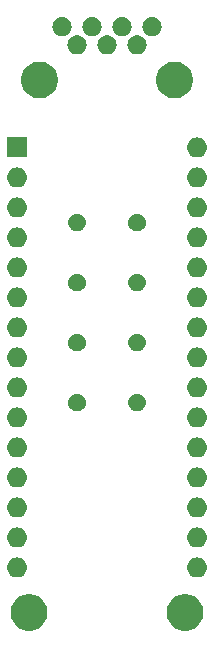
<source format=gbr>
G04 #@! TF.GenerationSoftware,KiCad,Pcbnew,(5.0.2)-1*
G04 #@! TF.CreationDate,2019-04-28T13:20:51-07:00*
G04 #@! TF.ProjectId,programmer,70726f67-7261-46d6-9d65-722e6b696361,rev?*
G04 #@! TF.SameCoordinates,Original*
G04 #@! TF.FileFunction,Soldermask,Bot*
G04 #@! TF.FilePolarity,Negative*
%FSLAX46Y46*%
G04 Gerber Fmt 4.6, Leading zero omitted, Abs format (unit mm)*
G04 Created by KiCad (PCBNEW (5.0.2)-1) date 4/28/2019 1:20:51 PM*
%MOMM*%
%LPD*%
G01*
G04 APERTURE LIST*
%ADD10C,0.304800*%
G04 APERTURE END LIST*
D10*
G36*
X34996352Y-62008796D02*
X35278579Y-62125699D01*
X35532578Y-62295415D01*
X35748585Y-62511422D01*
X35918301Y-62765421D01*
X36035204Y-63047648D01*
X36094800Y-63347259D01*
X36094800Y-63652741D01*
X36035204Y-63952352D01*
X35918301Y-64234579D01*
X35748585Y-64488578D01*
X35532578Y-64704585D01*
X35278579Y-64874301D01*
X34996352Y-64991204D01*
X34696741Y-65050800D01*
X34391259Y-65050800D01*
X34091648Y-64991204D01*
X33809421Y-64874301D01*
X33555422Y-64704585D01*
X33339415Y-64488578D01*
X33169699Y-64234579D01*
X33052796Y-63952352D01*
X32993200Y-63652741D01*
X32993200Y-63347259D01*
X33052796Y-63047648D01*
X33169699Y-62765421D01*
X33339415Y-62511422D01*
X33555422Y-62295415D01*
X33809421Y-62125699D01*
X34091648Y-62008796D01*
X34391259Y-61949200D01*
X34696741Y-61949200D01*
X34996352Y-62008796D01*
X34996352Y-62008796D01*
G37*
G36*
X21788352Y-62008796D02*
X22070579Y-62125699D01*
X22324578Y-62295415D01*
X22540585Y-62511422D01*
X22710301Y-62765421D01*
X22827204Y-63047648D01*
X22886800Y-63347259D01*
X22886800Y-63652741D01*
X22827204Y-63952352D01*
X22710301Y-64234579D01*
X22540585Y-64488578D01*
X22324578Y-64704585D01*
X22070579Y-64874301D01*
X21788352Y-64991204D01*
X21488741Y-65050800D01*
X21183259Y-65050800D01*
X20883648Y-64991204D01*
X20601421Y-64874301D01*
X20347422Y-64704585D01*
X20131415Y-64488578D01*
X19961699Y-64234579D01*
X19844796Y-63952352D01*
X19785200Y-63652741D01*
X19785200Y-63347259D01*
X19844796Y-63047648D01*
X19961699Y-62765421D01*
X20131415Y-62511422D01*
X20347422Y-62295415D01*
X20601421Y-62125699D01*
X20883648Y-62008796D01*
X21183259Y-61949200D01*
X21488741Y-61949200D01*
X21788352Y-62008796D01*
X21788352Y-62008796D01*
G37*
G36*
X35726787Y-58851510D02*
X35887160Y-58900160D01*
X35887162Y-58900161D01*
X36034966Y-58979163D01*
X36164517Y-59085483D01*
X36270837Y-59215034D01*
X36349839Y-59362838D01*
X36349840Y-59362840D01*
X36398490Y-59523213D01*
X36414916Y-59690000D01*
X36398490Y-59856787D01*
X36349840Y-60017160D01*
X36349839Y-60017162D01*
X36270837Y-60164966D01*
X36164517Y-60294517D01*
X36034966Y-60400837D01*
X35887162Y-60479839D01*
X35887160Y-60479840D01*
X35726787Y-60528490D01*
X35601794Y-60540800D01*
X35518206Y-60540800D01*
X35393213Y-60528490D01*
X35232840Y-60479840D01*
X35232838Y-60479839D01*
X35085034Y-60400837D01*
X34955483Y-60294517D01*
X34849163Y-60164966D01*
X34770161Y-60017162D01*
X34770160Y-60017160D01*
X34721510Y-59856787D01*
X34705084Y-59690000D01*
X34721510Y-59523213D01*
X34770160Y-59362840D01*
X34770161Y-59362838D01*
X34849163Y-59215034D01*
X34955483Y-59085483D01*
X35085034Y-58979163D01*
X35232838Y-58900161D01*
X35232840Y-58900160D01*
X35393213Y-58851510D01*
X35518206Y-58839200D01*
X35601794Y-58839200D01*
X35726787Y-58851510D01*
X35726787Y-58851510D01*
G37*
G36*
X20486787Y-58851510D02*
X20647160Y-58900160D01*
X20647162Y-58900161D01*
X20794966Y-58979163D01*
X20924517Y-59085483D01*
X21030837Y-59215034D01*
X21109839Y-59362838D01*
X21109840Y-59362840D01*
X21158490Y-59523213D01*
X21174916Y-59690000D01*
X21158490Y-59856787D01*
X21109840Y-60017160D01*
X21109839Y-60017162D01*
X21030837Y-60164966D01*
X20924517Y-60294517D01*
X20794966Y-60400837D01*
X20647162Y-60479839D01*
X20647160Y-60479840D01*
X20486787Y-60528490D01*
X20361794Y-60540800D01*
X20278206Y-60540800D01*
X20153213Y-60528490D01*
X19992840Y-60479840D01*
X19992838Y-60479839D01*
X19845034Y-60400837D01*
X19715483Y-60294517D01*
X19609163Y-60164966D01*
X19530161Y-60017162D01*
X19530160Y-60017160D01*
X19481510Y-59856787D01*
X19465084Y-59690000D01*
X19481510Y-59523213D01*
X19530160Y-59362840D01*
X19530161Y-59362838D01*
X19609163Y-59215034D01*
X19715483Y-59085483D01*
X19845034Y-58979163D01*
X19992838Y-58900161D01*
X19992840Y-58900160D01*
X20153213Y-58851510D01*
X20278206Y-58839200D01*
X20361794Y-58839200D01*
X20486787Y-58851510D01*
X20486787Y-58851510D01*
G37*
G36*
X20486787Y-56311510D02*
X20647160Y-56360160D01*
X20647162Y-56360161D01*
X20794966Y-56439163D01*
X20924517Y-56545483D01*
X21030837Y-56675034D01*
X21109839Y-56822838D01*
X21109840Y-56822840D01*
X21158490Y-56983213D01*
X21174916Y-57150000D01*
X21158490Y-57316787D01*
X21109840Y-57477160D01*
X21109839Y-57477162D01*
X21030837Y-57624966D01*
X20924517Y-57754517D01*
X20794966Y-57860837D01*
X20647162Y-57939839D01*
X20647160Y-57939840D01*
X20486787Y-57988490D01*
X20361794Y-58000800D01*
X20278206Y-58000800D01*
X20153213Y-57988490D01*
X19992840Y-57939840D01*
X19992838Y-57939839D01*
X19845034Y-57860837D01*
X19715483Y-57754517D01*
X19609163Y-57624966D01*
X19530161Y-57477162D01*
X19530160Y-57477160D01*
X19481510Y-57316787D01*
X19465084Y-57150000D01*
X19481510Y-56983213D01*
X19530160Y-56822840D01*
X19530161Y-56822838D01*
X19609163Y-56675034D01*
X19715483Y-56545483D01*
X19845034Y-56439163D01*
X19992838Y-56360161D01*
X19992840Y-56360160D01*
X20153213Y-56311510D01*
X20278206Y-56299200D01*
X20361794Y-56299200D01*
X20486787Y-56311510D01*
X20486787Y-56311510D01*
G37*
G36*
X35726787Y-56311510D02*
X35887160Y-56360160D01*
X35887162Y-56360161D01*
X36034966Y-56439163D01*
X36164517Y-56545483D01*
X36270837Y-56675034D01*
X36349839Y-56822838D01*
X36349840Y-56822840D01*
X36398490Y-56983213D01*
X36414916Y-57150000D01*
X36398490Y-57316787D01*
X36349840Y-57477160D01*
X36349839Y-57477162D01*
X36270837Y-57624966D01*
X36164517Y-57754517D01*
X36034966Y-57860837D01*
X35887162Y-57939839D01*
X35887160Y-57939840D01*
X35726787Y-57988490D01*
X35601794Y-58000800D01*
X35518206Y-58000800D01*
X35393213Y-57988490D01*
X35232840Y-57939840D01*
X35232838Y-57939839D01*
X35085034Y-57860837D01*
X34955483Y-57754517D01*
X34849163Y-57624966D01*
X34770161Y-57477162D01*
X34770160Y-57477160D01*
X34721510Y-57316787D01*
X34705084Y-57150000D01*
X34721510Y-56983213D01*
X34770160Y-56822840D01*
X34770161Y-56822838D01*
X34849163Y-56675034D01*
X34955483Y-56545483D01*
X35085034Y-56439163D01*
X35232838Y-56360161D01*
X35232840Y-56360160D01*
X35393213Y-56311510D01*
X35518206Y-56299200D01*
X35601794Y-56299200D01*
X35726787Y-56311510D01*
X35726787Y-56311510D01*
G37*
G36*
X35726787Y-53771510D02*
X35887160Y-53820160D01*
X35887162Y-53820161D01*
X36034966Y-53899163D01*
X36164517Y-54005483D01*
X36270837Y-54135034D01*
X36349839Y-54282838D01*
X36349840Y-54282840D01*
X36398490Y-54443213D01*
X36414916Y-54610000D01*
X36398490Y-54776787D01*
X36349840Y-54937160D01*
X36349839Y-54937162D01*
X36270837Y-55084966D01*
X36164517Y-55214517D01*
X36034966Y-55320837D01*
X35887162Y-55399839D01*
X35887160Y-55399840D01*
X35726787Y-55448490D01*
X35601794Y-55460800D01*
X35518206Y-55460800D01*
X35393213Y-55448490D01*
X35232840Y-55399840D01*
X35232838Y-55399839D01*
X35085034Y-55320837D01*
X34955483Y-55214517D01*
X34849163Y-55084966D01*
X34770161Y-54937162D01*
X34770160Y-54937160D01*
X34721510Y-54776787D01*
X34705084Y-54610000D01*
X34721510Y-54443213D01*
X34770160Y-54282840D01*
X34770161Y-54282838D01*
X34849163Y-54135034D01*
X34955483Y-54005483D01*
X35085034Y-53899163D01*
X35232838Y-53820161D01*
X35232840Y-53820160D01*
X35393213Y-53771510D01*
X35518206Y-53759200D01*
X35601794Y-53759200D01*
X35726787Y-53771510D01*
X35726787Y-53771510D01*
G37*
G36*
X20486787Y-53771510D02*
X20647160Y-53820160D01*
X20647162Y-53820161D01*
X20794966Y-53899163D01*
X20924517Y-54005483D01*
X21030837Y-54135034D01*
X21109839Y-54282838D01*
X21109840Y-54282840D01*
X21158490Y-54443213D01*
X21174916Y-54610000D01*
X21158490Y-54776787D01*
X21109840Y-54937160D01*
X21109839Y-54937162D01*
X21030837Y-55084966D01*
X20924517Y-55214517D01*
X20794966Y-55320837D01*
X20647162Y-55399839D01*
X20647160Y-55399840D01*
X20486787Y-55448490D01*
X20361794Y-55460800D01*
X20278206Y-55460800D01*
X20153213Y-55448490D01*
X19992840Y-55399840D01*
X19992838Y-55399839D01*
X19845034Y-55320837D01*
X19715483Y-55214517D01*
X19609163Y-55084966D01*
X19530161Y-54937162D01*
X19530160Y-54937160D01*
X19481510Y-54776787D01*
X19465084Y-54610000D01*
X19481510Y-54443213D01*
X19530160Y-54282840D01*
X19530161Y-54282838D01*
X19609163Y-54135034D01*
X19715483Y-54005483D01*
X19845034Y-53899163D01*
X19992838Y-53820161D01*
X19992840Y-53820160D01*
X20153213Y-53771510D01*
X20278206Y-53759200D01*
X20361794Y-53759200D01*
X20486787Y-53771510D01*
X20486787Y-53771510D01*
G37*
G36*
X35726787Y-51231510D02*
X35887160Y-51280160D01*
X35887162Y-51280161D01*
X36034966Y-51359163D01*
X36164517Y-51465483D01*
X36270837Y-51595034D01*
X36349839Y-51742838D01*
X36349840Y-51742840D01*
X36398490Y-51903213D01*
X36414916Y-52070000D01*
X36398490Y-52236787D01*
X36349840Y-52397160D01*
X36349839Y-52397162D01*
X36270837Y-52544966D01*
X36164517Y-52674517D01*
X36034966Y-52780837D01*
X35887162Y-52859839D01*
X35887160Y-52859840D01*
X35726787Y-52908490D01*
X35601794Y-52920800D01*
X35518206Y-52920800D01*
X35393213Y-52908490D01*
X35232840Y-52859840D01*
X35232838Y-52859839D01*
X35085034Y-52780837D01*
X34955483Y-52674517D01*
X34849163Y-52544966D01*
X34770161Y-52397162D01*
X34770160Y-52397160D01*
X34721510Y-52236787D01*
X34705084Y-52070000D01*
X34721510Y-51903213D01*
X34770160Y-51742840D01*
X34770161Y-51742838D01*
X34849163Y-51595034D01*
X34955483Y-51465483D01*
X35085034Y-51359163D01*
X35232838Y-51280161D01*
X35232840Y-51280160D01*
X35393213Y-51231510D01*
X35518206Y-51219200D01*
X35601794Y-51219200D01*
X35726787Y-51231510D01*
X35726787Y-51231510D01*
G37*
G36*
X20486787Y-51231510D02*
X20647160Y-51280160D01*
X20647162Y-51280161D01*
X20794966Y-51359163D01*
X20924517Y-51465483D01*
X21030837Y-51595034D01*
X21109839Y-51742838D01*
X21109840Y-51742840D01*
X21158490Y-51903213D01*
X21174916Y-52070000D01*
X21158490Y-52236787D01*
X21109840Y-52397160D01*
X21109839Y-52397162D01*
X21030837Y-52544966D01*
X20924517Y-52674517D01*
X20794966Y-52780837D01*
X20647162Y-52859839D01*
X20647160Y-52859840D01*
X20486787Y-52908490D01*
X20361794Y-52920800D01*
X20278206Y-52920800D01*
X20153213Y-52908490D01*
X19992840Y-52859840D01*
X19992838Y-52859839D01*
X19845034Y-52780837D01*
X19715483Y-52674517D01*
X19609163Y-52544966D01*
X19530161Y-52397162D01*
X19530160Y-52397160D01*
X19481510Y-52236787D01*
X19465084Y-52070000D01*
X19481510Y-51903213D01*
X19530160Y-51742840D01*
X19530161Y-51742838D01*
X19609163Y-51595034D01*
X19715483Y-51465483D01*
X19845034Y-51359163D01*
X19992838Y-51280161D01*
X19992840Y-51280160D01*
X20153213Y-51231510D01*
X20278206Y-51219200D01*
X20361794Y-51219200D01*
X20486787Y-51231510D01*
X20486787Y-51231510D01*
G37*
G36*
X20486787Y-48691510D02*
X20647160Y-48740160D01*
X20647162Y-48740161D01*
X20794966Y-48819163D01*
X20924517Y-48925483D01*
X21030837Y-49055034D01*
X21109839Y-49202838D01*
X21109840Y-49202840D01*
X21158490Y-49363213D01*
X21174916Y-49530000D01*
X21158490Y-49696787D01*
X21109840Y-49857160D01*
X21109839Y-49857162D01*
X21030837Y-50004966D01*
X20924517Y-50134517D01*
X20794966Y-50240837D01*
X20647162Y-50319839D01*
X20647160Y-50319840D01*
X20486787Y-50368490D01*
X20361794Y-50380800D01*
X20278206Y-50380800D01*
X20153213Y-50368490D01*
X19992840Y-50319840D01*
X19992838Y-50319839D01*
X19845034Y-50240837D01*
X19715483Y-50134517D01*
X19609163Y-50004966D01*
X19530161Y-49857162D01*
X19530160Y-49857160D01*
X19481510Y-49696787D01*
X19465084Y-49530000D01*
X19481510Y-49363213D01*
X19530160Y-49202840D01*
X19530161Y-49202838D01*
X19609163Y-49055034D01*
X19715483Y-48925483D01*
X19845034Y-48819163D01*
X19992838Y-48740161D01*
X19992840Y-48740160D01*
X20153213Y-48691510D01*
X20278206Y-48679200D01*
X20361794Y-48679200D01*
X20486787Y-48691510D01*
X20486787Y-48691510D01*
G37*
G36*
X35726787Y-48691510D02*
X35887160Y-48740160D01*
X35887162Y-48740161D01*
X36034966Y-48819163D01*
X36164517Y-48925483D01*
X36270837Y-49055034D01*
X36349839Y-49202838D01*
X36349840Y-49202840D01*
X36398490Y-49363213D01*
X36414916Y-49530000D01*
X36398490Y-49696787D01*
X36349840Y-49857160D01*
X36349839Y-49857162D01*
X36270837Y-50004966D01*
X36164517Y-50134517D01*
X36034966Y-50240837D01*
X35887162Y-50319839D01*
X35887160Y-50319840D01*
X35726787Y-50368490D01*
X35601794Y-50380800D01*
X35518206Y-50380800D01*
X35393213Y-50368490D01*
X35232840Y-50319840D01*
X35232838Y-50319839D01*
X35085034Y-50240837D01*
X34955483Y-50134517D01*
X34849163Y-50004966D01*
X34770161Y-49857162D01*
X34770160Y-49857160D01*
X34721510Y-49696787D01*
X34705084Y-49530000D01*
X34721510Y-49363213D01*
X34770160Y-49202840D01*
X34770161Y-49202838D01*
X34849163Y-49055034D01*
X34955483Y-48925483D01*
X35085034Y-48819163D01*
X35232838Y-48740161D01*
X35232840Y-48740160D01*
X35393213Y-48691510D01*
X35518206Y-48679200D01*
X35601794Y-48679200D01*
X35726787Y-48691510D01*
X35726787Y-48691510D01*
G37*
G36*
X35726787Y-46151510D02*
X35887160Y-46200160D01*
X35887162Y-46200161D01*
X36034966Y-46279163D01*
X36164517Y-46385483D01*
X36270837Y-46515034D01*
X36349839Y-46662838D01*
X36349840Y-46662840D01*
X36398490Y-46823213D01*
X36414916Y-46990000D01*
X36398490Y-47156787D01*
X36349840Y-47317160D01*
X36349839Y-47317162D01*
X36270837Y-47464966D01*
X36164517Y-47594517D01*
X36034966Y-47700837D01*
X35887162Y-47779839D01*
X35887160Y-47779840D01*
X35726787Y-47828490D01*
X35601794Y-47840800D01*
X35518206Y-47840800D01*
X35393213Y-47828490D01*
X35232840Y-47779840D01*
X35232838Y-47779839D01*
X35085034Y-47700837D01*
X34955483Y-47594517D01*
X34849163Y-47464966D01*
X34770161Y-47317162D01*
X34770160Y-47317160D01*
X34721510Y-47156787D01*
X34705084Y-46990000D01*
X34721510Y-46823213D01*
X34770160Y-46662840D01*
X34770161Y-46662838D01*
X34849163Y-46515034D01*
X34955483Y-46385483D01*
X35085034Y-46279163D01*
X35232838Y-46200161D01*
X35232840Y-46200160D01*
X35393213Y-46151510D01*
X35518206Y-46139200D01*
X35601794Y-46139200D01*
X35726787Y-46151510D01*
X35726787Y-46151510D01*
G37*
G36*
X20486787Y-46151510D02*
X20647160Y-46200160D01*
X20647162Y-46200161D01*
X20794966Y-46279163D01*
X20924517Y-46385483D01*
X21030837Y-46515034D01*
X21109839Y-46662838D01*
X21109840Y-46662840D01*
X21158490Y-46823213D01*
X21174916Y-46990000D01*
X21158490Y-47156787D01*
X21109840Y-47317160D01*
X21109839Y-47317162D01*
X21030837Y-47464966D01*
X20924517Y-47594517D01*
X20794966Y-47700837D01*
X20647162Y-47779839D01*
X20647160Y-47779840D01*
X20486787Y-47828490D01*
X20361794Y-47840800D01*
X20278206Y-47840800D01*
X20153213Y-47828490D01*
X19992840Y-47779840D01*
X19992838Y-47779839D01*
X19845034Y-47700837D01*
X19715483Y-47594517D01*
X19609163Y-47464966D01*
X19530161Y-47317162D01*
X19530160Y-47317160D01*
X19481510Y-47156787D01*
X19465084Y-46990000D01*
X19481510Y-46823213D01*
X19530160Y-46662840D01*
X19530161Y-46662838D01*
X19609163Y-46515034D01*
X19715483Y-46385483D01*
X19845034Y-46279163D01*
X19992838Y-46200161D01*
X19992840Y-46200160D01*
X20153213Y-46151510D01*
X20278206Y-46139200D01*
X20361794Y-46139200D01*
X20486787Y-46151510D01*
X20486787Y-46151510D01*
G37*
G36*
X30572029Y-44974632D02*
X30627182Y-44980064D01*
X30686480Y-44998052D01*
X30768710Y-45022996D01*
X30827929Y-45054650D01*
X30899140Y-45092713D01*
X31013464Y-45186536D01*
X31057209Y-45239839D01*
X31107286Y-45300859D01*
X31177004Y-45431290D01*
X31219936Y-45572819D01*
X31234432Y-45720000D01*
X31219936Y-45867181D01*
X31177004Y-46008710D01*
X31141230Y-46075637D01*
X31107287Y-46139140D01*
X31013464Y-46253464D01*
X30899140Y-46347287D01*
X30838427Y-46379739D01*
X30768710Y-46417004D01*
X30627182Y-46459936D01*
X30516878Y-46470800D01*
X30443122Y-46470800D01*
X30332818Y-46459936D01*
X30191290Y-46417004D01*
X30121573Y-46379739D01*
X30060860Y-46347287D01*
X29946536Y-46253464D01*
X29852713Y-46139140D01*
X29818770Y-46075637D01*
X29782996Y-46008710D01*
X29740064Y-45867181D01*
X29725568Y-45720000D01*
X29740064Y-45572819D01*
X29782996Y-45431290D01*
X29852714Y-45300859D01*
X29902792Y-45239839D01*
X29946536Y-45186536D01*
X30060860Y-45092713D01*
X30132071Y-45054650D01*
X30191290Y-45022996D01*
X30273520Y-44998052D01*
X30332818Y-44980064D01*
X30387971Y-44974632D01*
X30443122Y-44969200D01*
X30516878Y-44969200D01*
X30572029Y-44974632D01*
X30572029Y-44974632D01*
G37*
G36*
X25618998Y-44998052D02*
X25619001Y-44998053D01*
X25619000Y-44998053D01*
X25755637Y-45054649D01*
X25812605Y-45092714D01*
X25878610Y-45136817D01*
X25983183Y-45241390D01*
X25983185Y-45241393D01*
X26065351Y-45364363D01*
X26093073Y-45431291D01*
X26121948Y-45501002D01*
X26150800Y-45646051D01*
X26150800Y-45793949D01*
X26121948Y-45938998D01*
X26121947Y-45939000D01*
X26065351Y-46075637D01*
X25984291Y-46196951D01*
X25983183Y-46198610D01*
X25878610Y-46303183D01*
X25878607Y-46303185D01*
X25755637Y-46385351D01*
X25649954Y-46429126D01*
X25618998Y-46441948D01*
X25473949Y-46470800D01*
X25326051Y-46470800D01*
X25181002Y-46441948D01*
X25150046Y-46429126D01*
X25044363Y-46385351D01*
X24921393Y-46303185D01*
X24921390Y-46303183D01*
X24816817Y-46198610D01*
X24815709Y-46196951D01*
X24734649Y-46075637D01*
X24678053Y-45939000D01*
X24678052Y-45938998D01*
X24649200Y-45793949D01*
X24649200Y-45646051D01*
X24678052Y-45501002D01*
X24706927Y-45431291D01*
X24734649Y-45364363D01*
X24816815Y-45241393D01*
X24816817Y-45241390D01*
X24921390Y-45136817D01*
X24987395Y-45092714D01*
X25044363Y-45054649D01*
X25181000Y-44998053D01*
X25180999Y-44998053D01*
X25181002Y-44998052D01*
X25326051Y-44969200D01*
X25473949Y-44969200D01*
X25618998Y-44998052D01*
X25618998Y-44998052D01*
G37*
G36*
X35726787Y-43611510D02*
X35887160Y-43660160D01*
X35887162Y-43660161D01*
X36034966Y-43739163D01*
X36164517Y-43845483D01*
X36270837Y-43975034D01*
X36349839Y-44122838D01*
X36349840Y-44122840D01*
X36398490Y-44283213D01*
X36414916Y-44450000D01*
X36398490Y-44616787D01*
X36349840Y-44777160D01*
X36349839Y-44777162D01*
X36270837Y-44924966D01*
X36164517Y-45054517D01*
X36034966Y-45160837D01*
X35887162Y-45239839D01*
X35887160Y-45239840D01*
X35726787Y-45288490D01*
X35601794Y-45300800D01*
X35518206Y-45300800D01*
X35393213Y-45288490D01*
X35232840Y-45239840D01*
X35232838Y-45239839D01*
X35085034Y-45160837D01*
X34955483Y-45054517D01*
X34849163Y-44924966D01*
X34770161Y-44777162D01*
X34770160Y-44777160D01*
X34721510Y-44616787D01*
X34705084Y-44450000D01*
X34721510Y-44283213D01*
X34770160Y-44122840D01*
X34770161Y-44122838D01*
X34849163Y-43975034D01*
X34955483Y-43845483D01*
X35085034Y-43739163D01*
X35232838Y-43660161D01*
X35232840Y-43660160D01*
X35393213Y-43611510D01*
X35518206Y-43599200D01*
X35601794Y-43599200D01*
X35726787Y-43611510D01*
X35726787Y-43611510D01*
G37*
G36*
X20486787Y-43611510D02*
X20647160Y-43660160D01*
X20647162Y-43660161D01*
X20794966Y-43739163D01*
X20924517Y-43845483D01*
X21030837Y-43975034D01*
X21109839Y-44122838D01*
X21109840Y-44122840D01*
X21158490Y-44283213D01*
X21174916Y-44450000D01*
X21158490Y-44616787D01*
X21109840Y-44777160D01*
X21109839Y-44777162D01*
X21030837Y-44924966D01*
X20924517Y-45054517D01*
X20794966Y-45160837D01*
X20647162Y-45239839D01*
X20647160Y-45239840D01*
X20486787Y-45288490D01*
X20361794Y-45300800D01*
X20278206Y-45300800D01*
X20153213Y-45288490D01*
X19992840Y-45239840D01*
X19992838Y-45239839D01*
X19845034Y-45160837D01*
X19715483Y-45054517D01*
X19609163Y-44924966D01*
X19530161Y-44777162D01*
X19530160Y-44777160D01*
X19481510Y-44616787D01*
X19465084Y-44450000D01*
X19481510Y-44283213D01*
X19530160Y-44122840D01*
X19530161Y-44122838D01*
X19609163Y-43975034D01*
X19715483Y-43845483D01*
X19845034Y-43739163D01*
X19992838Y-43660161D01*
X19992840Y-43660160D01*
X20153213Y-43611510D01*
X20278206Y-43599200D01*
X20361794Y-43599200D01*
X20486787Y-43611510D01*
X20486787Y-43611510D01*
G37*
G36*
X35726787Y-41071510D02*
X35887160Y-41120160D01*
X35887162Y-41120161D01*
X36034966Y-41199163D01*
X36164517Y-41305483D01*
X36270837Y-41435034D01*
X36349839Y-41582838D01*
X36349840Y-41582840D01*
X36398490Y-41743213D01*
X36414916Y-41910000D01*
X36398490Y-42076787D01*
X36349840Y-42237160D01*
X36349839Y-42237162D01*
X36270837Y-42384966D01*
X36164517Y-42514517D01*
X36034966Y-42620837D01*
X35887162Y-42699839D01*
X35887160Y-42699840D01*
X35726787Y-42748490D01*
X35601794Y-42760800D01*
X35518206Y-42760800D01*
X35393213Y-42748490D01*
X35232840Y-42699840D01*
X35232838Y-42699839D01*
X35085034Y-42620837D01*
X34955483Y-42514517D01*
X34849163Y-42384966D01*
X34770161Y-42237162D01*
X34770160Y-42237160D01*
X34721510Y-42076787D01*
X34705084Y-41910000D01*
X34721510Y-41743213D01*
X34770160Y-41582840D01*
X34770161Y-41582838D01*
X34849163Y-41435034D01*
X34955483Y-41305483D01*
X35085034Y-41199163D01*
X35232838Y-41120161D01*
X35232840Y-41120160D01*
X35393213Y-41071510D01*
X35518206Y-41059200D01*
X35601794Y-41059200D01*
X35726787Y-41071510D01*
X35726787Y-41071510D01*
G37*
G36*
X20486787Y-41071510D02*
X20647160Y-41120160D01*
X20647162Y-41120161D01*
X20794966Y-41199163D01*
X20924517Y-41305483D01*
X21030837Y-41435034D01*
X21109839Y-41582838D01*
X21109840Y-41582840D01*
X21158490Y-41743213D01*
X21174916Y-41910000D01*
X21158490Y-42076787D01*
X21109840Y-42237160D01*
X21109839Y-42237162D01*
X21030837Y-42384966D01*
X20924517Y-42514517D01*
X20794966Y-42620837D01*
X20647162Y-42699839D01*
X20647160Y-42699840D01*
X20486787Y-42748490D01*
X20361794Y-42760800D01*
X20278206Y-42760800D01*
X20153213Y-42748490D01*
X19992840Y-42699840D01*
X19992838Y-42699839D01*
X19845034Y-42620837D01*
X19715483Y-42514517D01*
X19609163Y-42384966D01*
X19530161Y-42237162D01*
X19530160Y-42237160D01*
X19481510Y-42076787D01*
X19465084Y-41910000D01*
X19481510Y-41743213D01*
X19530160Y-41582840D01*
X19530161Y-41582838D01*
X19609163Y-41435034D01*
X19715483Y-41305483D01*
X19845034Y-41199163D01*
X19992838Y-41120161D01*
X19992840Y-41120160D01*
X20153213Y-41071510D01*
X20278206Y-41059200D01*
X20361794Y-41059200D01*
X20486787Y-41071510D01*
X20486787Y-41071510D01*
G37*
G36*
X25618998Y-39918052D02*
X25619001Y-39918053D01*
X25619000Y-39918053D01*
X25755637Y-39974649D01*
X25812605Y-40012714D01*
X25878610Y-40056817D01*
X25983183Y-40161390D01*
X25983185Y-40161393D01*
X26065351Y-40284363D01*
X26093073Y-40351291D01*
X26121948Y-40421002D01*
X26150800Y-40566051D01*
X26150800Y-40713949D01*
X26121948Y-40858998D01*
X26121947Y-40859000D01*
X26065351Y-40995637D01*
X25984291Y-41116951D01*
X25983183Y-41118610D01*
X25878610Y-41223183D01*
X25878607Y-41223185D01*
X25755637Y-41305351D01*
X25649954Y-41349126D01*
X25618998Y-41361948D01*
X25473949Y-41390800D01*
X25326051Y-41390800D01*
X25181002Y-41361948D01*
X25150046Y-41349126D01*
X25044363Y-41305351D01*
X24921393Y-41223185D01*
X24921390Y-41223183D01*
X24816817Y-41118610D01*
X24815709Y-41116951D01*
X24734649Y-40995637D01*
X24678053Y-40859000D01*
X24678052Y-40858998D01*
X24649200Y-40713949D01*
X24649200Y-40566051D01*
X24678052Y-40421002D01*
X24706927Y-40351291D01*
X24734649Y-40284363D01*
X24816815Y-40161393D01*
X24816817Y-40161390D01*
X24921390Y-40056817D01*
X24987395Y-40012714D01*
X25044363Y-39974649D01*
X25181000Y-39918053D01*
X25180999Y-39918053D01*
X25181002Y-39918052D01*
X25326051Y-39889200D01*
X25473949Y-39889200D01*
X25618998Y-39918052D01*
X25618998Y-39918052D01*
G37*
G36*
X30572029Y-39894632D02*
X30627182Y-39900064D01*
X30686480Y-39918052D01*
X30768710Y-39942996D01*
X30827929Y-39974650D01*
X30899140Y-40012713D01*
X31013464Y-40106536D01*
X31057209Y-40159839D01*
X31107286Y-40220859D01*
X31177004Y-40351290D01*
X31219936Y-40492819D01*
X31234432Y-40640000D01*
X31219936Y-40787181D01*
X31177004Y-40928710D01*
X31141230Y-40995637D01*
X31107287Y-41059140D01*
X31013464Y-41173464D01*
X30899140Y-41267287D01*
X30838427Y-41299739D01*
X30768710Y-41337004D01*
X30697945Y-41358470D01*
X30627182Y-41379936D01*
X30516878Y-41390800D01*
X30443122Y-41390800D01*
X30332818Y-41379936D01*
X30262055Y-41358470D01*
X30191290Y-41337004D01*
X30121573Y-41299739D01*
X30060860Y-41267287D01*
X29946536Y-41173464D01*
X29852713Y-41059140D01*
X29818770Y-40995637D01*
X29782996Y-40928710D01*
X29740064Y-40787181D01*
X29725568Y-40640000D01*
X29740064Y-40492819D01*
X29782996Y-40351290D01*
X29852714Y-40220859D01*
X29902792Y-40159839D01*
X29946536Y-40106536D01*
X30060860Y-40012713D01*
X30132071Y-39974650D01*
X30191290Y-39942996D01*
X30273520Y-39918052D01*
X30332818Y-39900064D01*
X30387971Y-39894632D01*
X30443122Y-39889200D01*
X30516878Y-39889200D01*
X30572029Y-39894632D01*
X30572029Y-39894632D01*
G37*
G36*
X20486787Y-38531510D02*
X20647160Y-38580160D01*
X20647162Y-38580161D01*
X20794966Y-38659163D01*
X20924517Y-38765483D01*
X21030837Y-38895034D01*
X21109839Y-39042838D01*
X21109840Y-39042840D01*
X21158490Y-39203213D01*
X21174916Y-39370000D01*
X21158490Y-39536787D01*
X21109840Y-39697160D01*
X21109839Y-39697162D01*
X21030837Y-39844966D01*
X20924517Y-39974517D01*
X20794966Y-40080837D01*
X20647162Y-40159839D01*
X20647160Y-40159840D01*
X20486787Y-40208490D01*
X20361794Y-40220800D01*
X20278206Y-40220800D01*
X20153213Y-40208490D01*
X19992840Y-40159840D01*
X19992838Y-40159839D01*
X19845034Y-40080837D01*
X19715483Y-39974517D01*
X19609163Y-39844966D01*
X19530161Y-39697162D01*
X19530160Y-39697160D01*
X19481510Y-39536787D01*
X19465084Y-39370000D01*
X19481510Y-39203213D01*
X19530160Y-39042840D01*
X19530161Y-39042838D01*
X19609163Y-38895034D01*
X19715483Y-38765483D01*
X19845034Y-38659163D01*
X19992838Y-38580161D01*
X19992840Y-38580160D01*
X20153213Y-38531510D01*
X20278206Y-38519200D01*
X20361794Y-38519200D01*
X20486787Y-38531510D01*
X20486787Y-38531510D01*
G37*
G36*
X35726787Y-38531510D02*
X35887160Y-38580160D01*
X35887162Y-38580161D01*
X36034966Y-38659163D01*
X36164517Y-38765483D01*
X36270837Y-38895034D01*
X36349839Y-39042838D01*
X36349840Y-39042840D01*
X36398490Y-39203213D01*
X36414916Y-39370000D01*
X36398490Y-39536787D01*
X36349840Y-39697160D01*
X36349839Y-39697162D01*
X36270837Y-39844966D01*
X36164517Y-39974517D01*
X36034966Y-40080837D01*
X35887162Y-40159839D01*
X35887160Y-40159840D01*
X35726787Y-40208490D01*
X35601794Y-40220800D01*
X35518206Y-40220800D01*
X35393213Y-40208490D01*
X35232840Y-40159840D01*
X35232838Y-40159839D01*
X35085034Y-40080837D01*
X34955483Y-39974517D01*
X34849163Y-39844966D01*
X34770161Y-39697162D01*
X34770160Y-39697160D01*
X34721510Y-39536787D01*
X34705084Y-39370000D01*
X34721510Y-39203213D01*
X34770160Y-39042840D01*
X34770161Y-39042838D01*
X34849163Y-38895034D01*
X34955483Y-38765483D01*
X35085034Y-38659163D01*
X35232838Y-38580161D01*
X35232840Y-38580160D01*
X35393213Y-38531510D01*
X35518206Y-38519200D01*
X35601794Y-38519200D01*
X35726787Y-38531510D01*
X35726787Y-38531510D01*
G37*
G36*
X35726787Y-35991510D02*
X35887160Y-36040160D01*
X35887162Y-36040161D01*
X36034966Y-36119163D01*
X36164517Y-36225483D01*
X36270837Y-36355034D01*
X36349839Y-36502838D01*
X36349840Y-36502840D01*
X36398490Y-36663213D01*
X36414916Y-36830000D01*
X36398490Y-36996787D01*
X36349840Y-37157160D01*
X36349839Y-37157162D01*
X36270837Y-37304966D01*
X36164517Y-37434517D01*
X36034966Y-37540837D01*
X35887162Y-37619839D01*
X35887160Y-37619840D01*
X35726787Y-37668490D01*
X35601794Y-37680800D01*
X35518206Y-37680800D01*
X35393213Y-37668490D01*
X35232840Y-37619840D01*
X35232838Y-37619839D01*
X35085034Y-37540837D01*
X34955483Y-37434517D01*
X34849163Y-37304966D01*
X34770161Y-37157162D01*
X34770160Y-37157160D01*
X34721510Y-36996787D01*
X34705084Y-36830000D01*
X34721510Y-36663213D01*
X34770160Y-36502840D01*
X34770161Y-36502838D01*
X34849163Y-36355034D01*
X34955483Y-36225483D01*
X35085034Y-36119163D01*
X35232838Y-36040161D01*
X35232840Y-36040160D01*
X35393213Y-35991510D01*
X35518206Y-35979200D01*
X35601794Y-35979200D01*
X35726787Y-35991510D01*
X35726787Y-35991510D01*
G37*
G36*
X20486787Y-35991510D02*
X20647160Y-36040160D01*
X20647162Y-36040161D01*
X20794966Y-36119163D01*
X20924517Y-36225483D01*
X21030837Y-36355034D01*
X21109839Y-36502838D01*
X21109840Y-36502840D01*
X21158490Y-36663213D01*
X21174916Y-36830000D01*
X21158490Y-36996787D01*
X21109840Y-37157160D01*
X21109839Y-37157162D01*
X21030837Y-37304966D01*
X20924517Y-37434517D01*
X20794966Y-37540837D01*
X20647162Y-37619839D01*
X20647160Y-37619840D01*
X20486787Y-37668490D01*
X20361794Y-37680800D01*
X20278206Y-37680800D01*
X20153213Y-37668490D01*
X19992840Y-37619840D01*
X19992838Y-37619839D01*
X19845034Y-37540837D01*
X19715483Y-37434517D01*
X19609163Y-37304966D01*
X19530161Y-37157162D01*
X19530160Y-37157160D01*
X19481510Y-36996787D01*
X19465084Y-36830000D01*
X19481510Y-36663213D01*
X19530160Y-36502840D01*
X19530161Y-36502838D01*
X19609163Y-36355034D01*
X19715483Y-36225483D01*
X19845034Y-36119163D01*
X19992838Y-36040161D01*
X19992840Y-36040160D01*
X20153213Y-35991510D01*
X20278206Y-35979200D01*
X20361794Y-35979200D01*
X20486787Y-35991510D01*
X20486787Y-35991510D01*
G37*
G36*
X25618998Y-34838052D02*
X25619001Y-34838053D01*
X25619000Y-34838053D01*
X25755637Y-34894649D01*
X25812605Y-34932714D01*
X25878610Y-34976817D01*
X25983183Y-35081390D01*
X25983185Y-35081393D01*
X26065351Y-35204363D01*
X26093073Y-35271291D01*
X26121948Y-35341002D01*
X26150800Y-35486051D01*
X26150800Y-35633949D01*
X26121948Y-35778998D01*
X26121947Y-35779000D01*
X26065351Y-35915637D01*
X25984291Y-36036951D01*
X25983183Y-36038610D01*
X25878610Y-36143183D01*
X25878607Y-36143185D01*
X25755637Y-36225351D01*
X25649954Y-36269126D01*
X25618998Y-36281948D01*
X25473949Y-36310800D01*
X25326051Y-36310800D01*
X25181002Y-36281948D01*
X25150046Y-36269126D01*
X25044363Y-36225351D01*
X24921393Y-36143185D01*
X24921390Y-36143183D01*
X24816817Y-36038610D01*
X24815709Y-36036951D01*
X24734649Y-35915637D01*
X24678053Y-35779000D01*
X24678052Y-35778998D01*
X24649200Y-35633949D01*
X24649200Y-35486051D01*
X24678052Y-35341002D01*
X24706927Y-35271291D01*
X24734649Y-35204363D01*
X24816815Y-35081393D01*
X24816817Y-35081390D01*
X24921390Y-34976817D01*
X24987395Y-34932714D01*
X25044363Y-34894649D01*
X25181000Y-34838053D01*
X25180999Y-34838053D01*
X25181002Y-34838052D01*
X25326051Y-34809200D01*
X25473949Y-34809200D01*
X25618998Y-34838052D01*
X25618998Y-34838052D01*
G37*
G36*
X30627182Y-34820064D02*
X30686480Y-34838052D01*
X30768710Y-34862996D01*
X30827929Y-34894650D01*
X30899140Y-34932713D01*
X31013464Y-35026536D01*
X31057209Y-35079839D01*
X31107286Y-35140859D01*
X31177004Y-35271290D01*
X31219936Y-35412819D01*
X31234432Y-35560000D01*
X31219936Y-35707181D01*
X31177004Y-35848710D01*
X31141230Y-35915637D01*
X31107287Y-35979140D01*
X31013464Y-36093464D01*
X30899140Y-36187287D01*
X30838427Y-36219739D01*
X30768710Y-36257004D01*
X30697945Y-36278470D01*
X30627182Y-36299936D01*
X30572029Y-36305368D01*
X30516878Y-36310800D01*
X30443122Y-36310800D01*
X30387971Y-36305368D01*
X30332818Y-36299936D01*
X30262055Y-36278470D01*
X30191290Y-36257004D01*
X30121573Y-36219739D01*
X30060860Y-36187287D01*
X29946536Y-36093464D01*
X29852713Y-35979140D01*
X29818770Y-35915637D01*
X29782996Y-35848710D01*
X29740064Y-35707181D01*
X29725568Y-35560000D01*
X29740064Y-35412819D01*
X29782996Y-35271290D01*
X29852714Y-35140859D01*
X29902792Y-35079839D01*
X29946536Y-35026536D01*
X30060860Y-34932713D01*
X30132071Y-34894650D01*
X30191290Y-34862996D01*
X30273520Y-34838052D01*
X30332818Y-34820064D01*
X30443122Y-34809200D01*
X30516878Y-34809200D01*
X30627182Y-34820064D01*
X30627182Y-34820064D01*
G37*
G36*
X35726787Y-33451510D02*
X35887160Y-33500160D01*
X35887162Y-33500161D01*
X36034966Y-33579163D01*
X36164517Y-33685483D01*
X36270837Y-33815034D01*
X36349839Y-33962838D01*
X36349840Y-33962840D01*
X36398490Y-34123213D01*
X36414916Y-34290000D01*
X36398490Y-34456787D01*
X36349840Y-34617160D01*
X36349839Y-34617162D01*
X36270837Y-34764966D01*
X36164517Y-34894517D01*
X36034966Y-35000837D01*
X35887162Y-35079839D01*
X35887160Y-35079840D01*
X35726787Y-35128490D01*
X35601794Y-35140800D01*
X35518206Y-35140800D01*
X35393213Y-35128490D01*
X35232840Y-35079840D01*
X35232838Y-35079839D01*
X35085034Y-35000837D01*
X34955483Y-34894517D01*
X34849163Y-34764966D01*
X34770161Y-34617162D01*
X34770160Y-34617160D01*
X34721510Y-34456787D01*
X34705084Y-34290000D01*
X34721510Y-34123213D01*
X34770160Y-33962840D01*
X34770161Y-33962838D01*
X34849163Y-33815034D01*
X34955483Y-33685483D01*
X35085034Y-33579163D01*
X35232838Y-33500161D01*
X35232840Y-33500160D01*
X35393213Y-33451510D01*
X35518206Y-33439200D01*
X35601794Y-33439200D01*
X35726787Y-33451510D01*
X35726787Y-33451510D01*
G37*
G36*
X20486787Y-33451510D02*
X20647160Y-33500160D01*
X20647162Y-33500161D01*
X20794966Y-33579163D01*
X20924517Y-33685483D01*
X21030837Y-33815034D01*
X21109839Y-33962838D01*
X21109840Y-33962840D01*
X21158490Y-34123213D01*
X21174916Y-34290000D01*
X21158490Y-34456787D01*
X21109840Y-34617160D01*
X21109839Y-34617162D01*
X21030837Y-34764966D01*
X20924517Y-34894517D01*
X20794966Y-35000837D01*
X20647162Y-35079839D01*
X20647160Y-35079840D01*
X20486787Y-35128490D01*
X20361794Y-35140800D01*
X20278206Y-35140800D01*
X20153213Y-35128490D01*
X19992840Y-35079840D01*
X19992838Y-35079839D01*
X19845034Y-35000837D01*
X19715483Y-34894517D01*
X19609163Y-34764966D01*
X19530161Y-34617162D01*
X19530160Y-34617160D01*
X19481510Y-34456787D01*
X19465084Y-34290000D01*
X19481510Y-34123213D01*
X19530160Y-33962840D01*
X19530161Y-33962838D01*
X19609163Y-33815034D01*
X19715483Y-33685483D01*
X19845034Y-33579163D01*
X19992838Y-33500161D01*
X19992840Y-33500160D01*
X20153213Y-33451510D01*
X20278206Y-33439200D01*
X20361794Y-33439200D01*
X20486787Y-33451510D01*
X20486787Y-33451510D01*
G37*
G36*
X35726787Y-30911510D02*
X35887160Y-30960160D01*
X35887162Y-30960161D01*
X36034966Y-31039163D01*
X36164517Y-31145483D01*
X36270837Y-31275034D01*
X36349839Y-31422838D01*
X36349840Y-31422840D01*
X36398490Y-31583213D01*
X36414916Y-31750000D01*
X36398490Y-31916787D01*
X36349840Y-32077160D01*
X36349839Y-32077162D01*
X36270837Y-32224966D01*
X36164517Y-32354517D01*
X36034966Y-32460837D01*
X35887162Y-32539839D01*
X35887160Y-32539840D01*
X35726787Y-32588490D01*
X35601794Y-32600800D01*
X35518206Y-32600800D01*
X35393213Y-32588490D01*
X35232840Y-32539840D01*
X35232838Y-32539839D01*
X35085034Y-32460837D01*
X34955483Y-32354517D01*
X34849163Y-32224966D01*
X34770161Y-32077162D01*
X34770160Y-32077160D01*
X34721510Y-31916787D01*
X34705084Y-31750000D01*
X34721510Y-31583213D01*
X34770160Y-31422840D01*
X34770161Y-31422838D01*
X34849163Y-31275034D01*
X34955483Y-31145483D01*
X35085034Y-31039163D01*
X35232838Y-30960161D01*
X35232840Y-30960160D01*
X35393213Y-30911510D01*
X35518206Y-30899200D01*
X35601794Y-30899200D01*
X35726787Y-30911510D01*
X35726787Y-30911510D01*
G37*
G36*
X20486787Y-30911510D02*
X20647160Y-30960160D01*
X20647162Y-30960161D01*
X20794966Y-31039163D01*
X20924517Y-31145483D01*
X21030837Y-31275034D01*
X21109839Y-31422838D01*
X21109840Y-31422840D01*
X21158490Y-31583213D01*
X21174916Y-31750000D01*
X21158490Y-31916787D01*
X21109840Y-32077160D01*
X21109839Y-32077162D01*
X21030837Y-32224966D01*
X20924517Y-32354517D01*
X20794966Y-32460837D01*
X20647162Y-32539839D01*
X20647160Y-32539840D01*
X20486787Y-32588490D01*
X20361794Y-32600800D01*
X20278206Y-32600800D01*
X20153213Y-32588490D01*
X19992840Y-32539840D01*
X19992838Y-32539839D01*
X19845034Y-32460837D01*
X19715483Y-32354517D01*
X19609163Y-32224966D01*
X19530161Y-32077162D01*
X19530160Y-32077160D01*
X19481510Y-31916787D01*
X19465084Y-31750000D01*
X19481510Y-31583213D01*
X19530160Y-31422840D01*
X19530161Y-31422838D01*
X19609163Y-31275034D01*
X19715483Y-31145483D01*
X19845034Y-31039163D01*
X19992838Y-30960161D01*
X19992840Y-30960160D01*
X20153213Y-30911510D01*
X20278206Y-30899200D01*
X20361794Y-30899200D01*
X20486787Y-30911510D01*
X20486787Y-30911510D01*
G37*
G36*
X30698998Y-29758052D02*
X30699001Y-29758053D01*
X30699000Y-29758053D01*
X30835637Y-29814649D01*
X30892605Y-29852714D01*
X30958610Y-29896817D01*
X31063183Y-30001390D01*
X31063185Y-30001393D01*
X31145351Y-30124363D01*
X31173073Y-30191291D01*
X31201948Y-30261002D01*
X31230800Y-30406051D01*
X31230800Y-30553949D01*
X31201948Y-30698998D01*
X31201947Y-30699000D01*
X31145351Y-30835637D01*
X31064291Y-30956951D01*
X31063183Y-30958610D01*
X30958610Y-31063183D01*
X30958607Y-31063185D01*
X30835637Y-31145351D01*
X30729954Y-31189126D01*
X30698998Y-31201948D01*
X30553949Y-31230800D01*
X30406051Y-31230800D01*
X30261002Y-31201948D01*
X30230046Y-31189126D01*
X30124363Y-31145351D01*
X30001393Y-31063185D01*
X30001390Y-31063183D01*
X29896817Y-30958610D01*
X29895709Y-30956951D01*
X29814649Y-30835637D01*
X29758053Y-30699000D01*
X29758052Y-30698998D01*
X29729200Y-30553949D01*
X29729200Y-30406051D01*
X29758052Y-30261002D01*
X29786927Y-30191291D01*
X29814649Y-30124363D01*
X29896815Y-30001393D01*
X29896817Y-30001390D01*
X30001390Y-29896817D01*
X30067395Y-29852714D01*
X30124363Y-29814649D01*
X30261000Y-29758053D01*
X30260999Y-29758053D01*
X30261002Y-29758052D01*
X30406051Y-29729200D01*
X30553949Y-29729200D01*
X30698998Y-29758052D01*
X30698998Y-29758052D01*
G37*
G36*
X25547182Y-29740064D02*
X25606480Y-29758052D01*
X25688710Y-29782996D01*
X25747929Y-29814650D01*
X25819140Y-29852713D01*
X25933464Y-29946536D01*
X25977209Y-29999839D01*
X26027286Y-30060859D01*
X26097004Y-30191290D01*
X26139936Y-30332819D01*
X26154432Y-30480000D01*
X26139936Y-30627181D01*
X26097004Y-30768710D01*
X26061230Y-30835637D01*
X26027287Y-30899140D01*
X25933464Y-31013464D01*
X25819140Y-31107287D01*
X25758427Y-31139739D01*
X25688710Y-31177004D01*
X25547182Y-31219936D01*
X25492029Y-31225368D01*
X25436878Y-31230800D01*
X25363122Y-31230800D01*
X25307971Y-31225368D01*
X25252818Y-31219936D01*
X25111290Y-31177004D01*
X25041573Y-31139739D01*
X24980860Y-31107287D01*
X24866536Y-31013464D01*
X24772713Y-30899140D01*
X24738770Y-30835637D01*
X24702996Y-30768710D01*
X24660064Y-30627181D01*
X24645568Y-30480000D01*
X24660064Y-30332819D01*
X24702996Y-30191290D01*
X24772714Y-30060859D01*
X24822792Y-29999839D01*
X24866536Y-29946536D01*
X24980860Y-29852713D01*
X25052071Y-29814650D01*
X25111290Y-29782996D01*
X25193520Y-29758052D01*
X25252818Y-29740064D01*
X25363122Y-29729200D01*
X25436878Y-29729200D01*
X25547182Y-29740064D01*
X25547182Y-29740064D01*
G37*
G36*
X35726787Y-28371510D02*
X35887160Y-28420160D01*
X35887162Y-28420161D01*
X36034966Y-28499163D01*
X36164517Y-28605483D01*
X36270837Y-28735034D01*
X36349839Y-28882838D01*
X36349840Y-28882840D01*
X36398490Y-29043213D01*
X36414916Y-29210000D01*
X36398490Y-29376787D01*
X36349840Y-29537160D01*
X36349839Y-29537162D01*
X36270837Y-29684966D01*
X36164517Y-29814517D01*
X36034966Y-29920837D01*
X35887162Y-29999839D01*
X35887160Y-29999840D01*
X35726787Y-30048490D01*
X35601794Y-30060800D01*
X35518206Y-30060800D01*
X35393213Y-30048490D01*
X35232840Y-29999840D01*
X35232838Y-29999839D01*
X35085034Y-29920837D01*
X34955483Y-29814517D01*
X34849163Y-29684966D01*
X34770161Y-29537162D01*
X34770160Y-29537160D01*
X34721510Y-29376787D01*
X34705084Y-29210000D01*
X34721510Y-29043213D01*
X34770160Y-28882840D01*
X34770161Y-28882838D01*
X34849163Y-28735034D01*
X34955483Y-28605483D01*
X35085034Y-28499163D01*
X35232838Y-28420161D01*
X35232840Y-28420160D01*
X35393213Y-28371510D01*
X35518206Y-28359200D01*
X35601794Y-28359200D01*
X35726787Y-28371510D01*
X35726787Y-28371510D01*
G37*
G36*
X20486787Y-28371510D02*
X20647160Y-28420160D01*
X20647162Y-28420161D01*
X20794966Y-28499163D01*
X20924517Y-28605483D01*
X21030837Y-28735034D01*
X21109839Y-28882838D01*
X21109840Y-28882840D01*
X21158490Y-29043213D01*
X21174916Y-29210000D01*
X21158490Y-29376787D01*
X21109840Y-29537160D01*
X21109839Y-29537162D01*
X21030837Y-29684966D01*
X20924517Y-29814517D01*
X20794966Y-29920837D01*
X20647162Y-29999839D01*
X20647160Y-29999840D01*
X20486787Y-30048490D01*
X20361794Y-30060800D01*
X20278206Y-30060800D01*
X20153213Y-30048490D01*
X19992840Y-29999840D01*
X19992838Y-29999839D01*
X19845034Y-29920837D01*
X19715483Y-29814517D01*
X19609163Y-29684966D01*
X19530161Y-29537162D01*
X19530160Y-29537160D01*
X19481510Y-29376787D01*
X19465084Y-29210000D01*
X19481510Y-29043213D01*
X19530160Y-28882840D01*
X19530161Y-28882838D01*
X19609163Y-28735034D01*
X19715483Y-28605483D01*
X19845034Y-28499163D01*
X19992838Y-28420161D01*
X19992840Y-28420160D01*
X20153213Y-28371510D01*
X20278206Y-28359200D01*
X20361794Y-28359200D01*
X20486787Y-28371510D01*
X20486787Y-28371510D01*
G37*
G36*
X35726787Y-25831510D02*
X35887160Y-25880160D01*
X35887162Y-25880161D01*
X36034966Y-25959163D01*
X36164517Y-26065483D01*
X36270837Y-26195034D01*
X36349839Y-26342838D01*
X36349840Y-26342840D01*
X36398490Y-26503213D01*
X36414916Y-26670000D01*
X36398490Y-26836787D01*
X36349840Y-26997160D01*
X36349839Y-26997162D01*
X36270837Y-27144966D01*
X36164517Y-27274517D01*
X36034966Y-27380837D01*
X35887162Y-27459839D01*
X35887160Y-27459840D01*
X35726787Y-27508490D01*
X35601794Y-27520800D01*
X35518206Y-27520800D01*
X35393213Y-27508490D01*
X35232840Y-27459840D01*
X35232838Y-27459839D01*
X35085034Y-27380837D01*
X34955483Y-27274517D01*
X34849163Y-27144966D01*
X34770161Y-26997162D01*
X34770160Y-26997160D01*
X34721510Y-26836787D01*
X34705084Y-26670000D01*
X34721510Y-26503213D01*
X34770160Y-26342840D01*
X34770161Y-26342838D01*
X34849163Y-26195034D01*
X34955483Y-26065483D01*
X35085034Y-25959163D01*
X35232838Y-25880161D01*
X35232840Y-25880160D01*
X35393213Y-25831510D01*
X35518206Y-25819200D01*
X35601794Y-25819200D01*
X35726787Y-25831510D01*
X35726787Y-25831510D01*
G37*
G36*
X20486787Y-25831510D02*
X20647160Y-25880160D01*
X20647162Y-25880161D01*
X20794966Y-25959163D01*
X20924517Y-26065483D01*
X21030837Y-26195034D01*
X21109839Y-26342838D01*
X21109840Y-26342840D01*
X21158490Y-26503213D01*
X21174916Y-26670000D01*
X21158490Y-26836787D01*
X21109840Y-26997160D01*
X21109839Y-26997162D01*
X21030837Y-27144966D01*
X20924517Y-27274517D01*
X20794966Y-27380837D01*
X20647162Y-27459839D01*
X20647160Y-27459840D01*
X20486787Y-27508490D01*
X20361794Y-27520800D01*
X20278206Y-27520800D01*
X20153213Y-27508490D01*
X19992840Y-27459840D01*
X19992838Y-27459839D01*
X19845034Y-27380837D01*
X19715483Y-27274517D01*
X19609163Y-27144966D01*
X19530161Y-26997162D01*
X19530160Y-26997160D01*
X19481510Y-26836787D01*
X19465084Y-26670000D01*
X19481510Y-26503213D01*
X19530160Y-26342840D01*
X19530161Y-26342838D01*
X19609163Y-26195034D01*
X19715483Y-26065483D01*
X19845034Y-25959163D01*
X19992838Y-25880161D01*
X19992840Y-25880160D01*
X20153213Y-25831510D01*
X20278206Y-25819200D01*
X20361794Y-25819200D01*
X20486787Y-25831510D01*
X20486787Y-25831510D01*
G37*
G36*
X21170800Y-24980800D02*
X19469200Y-24980800D01*
X19469200Y-23279200D01*
X21170800Y-23279200D01*
X21170800Y-24980800D01*
X21170800Y-24980800D01*
G37*
G36*
X35726787Y-23291510D02*
X35887160Y-23340160D01*
X35887162Y-23340161D01*
X36034966Y-23419163D01*
X36164517Y-23525483D01*
X36270837Y-23655034D01*
X36349839Y-23802838D01*
X36349840Y-23802840D01*
X36398490Y-23963213D01*
X36414916Y-24130000D01*
X36398490Y-24296787D01*
X36349840Y-24457160D01*
X36349839Y-24457162D01*
X36270837Y-24604966D01*
X36164517Y-24734517D01*
X36034966Y-24840837D01*
X35887162Y-24919839D01*
X35887160Y-24919840D01*
X35726787Y-24968490D01*
X35601794Y-24980800D01*
X35518206Y-24980800D01*
X35393213Y-24968490D01*
X35232840Y-24919840D01*
X35232838Y-24919839D01*
X35085034Y-24840837D01*
X34955483Y-24734517D01*
X34849163Y-24604966D01*
X34770161Y-24457162D01*
X34770160Y-24457160D01*
X34721510Y-24296787D01*
X34705084Y-24130000D01*
X34721510Y-23963213D01*
X34770160Y-23802840D01*
X34770161Y-23802838D01*
X34849163Y-23655034D01*
X34955483Y-23525483D01*
X35085034Y-23419163D01*
X35232838Y-23340161D01*
X35232840Y-23340160D01*
X35393213Y-23291510D01*
X35518206Y-23279200D01*
X35601794Y-23279200D01*
X35726787Y-23291510D01*
X35726787Y-23291510D01*
G37*
G36*
X34107352Y-16923796D02*
X34389579Y-17040699D01*
X34643578Y-17210415D01*
X34859585Y-17426422D01*
X35029301Y-17680421D01*
X35146204Y-17962648D01*
X35205800Y-18262259D01*
X35205800Y-18567741D01*
X35146204Y-18867352D01*
X35029301Y-19149579D01*
X34859585Y-19403578D01*
X34643578Y-19619585D01*
X34389579Y-19789301D01*
X34107352Y-19906204D01*
X33807741Y-19965800D01*
X33502259Y-19965800D01*
X33202648Y-19906204D01*
X32920421Y-19789301D01*
X32666422Y-19619585D01*
X32450415Y-19403578D01*
X32280699Y-19149579D01*
X32163796Y-18867352D01*
X32104200Y-18567741D01*
X32104200Y-18262259D01*
X32163796Y-17962648D01*
X32280699Y-17680421D01*
X32450415Y-17426422D01*
X32666422Y-17210415D01*
X32920421Y-17040699D01*
X33202648Y-16923796D01*
X33502259Y-16864200D01*
X33807741Y-16864200D01*
X34107352Y-16923796D01*
X34107352Y-16923796D01*
G37*
G36*
X22677352Y-16923796D02*
X22959579Y-17040699D01*
X23213578Y-17210415D01*
X23429585Y-17426422D01*
X23599301Y-17680421D01*
X23716204Y-17962648D01*
X23775800Y-18262259D01*
X23775800Y-18567741D01*
X23716204Y-18867352D01*
X23599301Y-19149579D01*
X23429585Y-19403578D01*
X23213578Y-19619585D01*
X22959579Y-19789301D01*
X22677352Y-19906204D01*
X22377741Y-19965800D01*
X22072259Y-19965800D01*
X21772648Y-19906204D01*
X21490421Y-19789301D01*
X21236422Y-19619585D01*
X21020415Y-19403578D01*
X20850699Y-19149579D01*
X20733796Y-18867352D01*
X20674200Y-18567741D01*
X20674200Y-18262259D01*
X20733796Y-17962648D01*
X20850699Y-17680421D01*
X21020415Y-17426422D01*
X21236422Y-17210415D01*
X21490421Y-17040699D01*
X21772648Y-16923796D01*
X22072259Y-16864200D01*
X22377741Y-16864200D01*
X22677352Y-16923796D01*
X22677352Y-16923796D01*
G37*
G36*
X30559728Y-14634320D02*
X30639337Y-14642161D01*
X30741479Y-14673146D01*
X30792551Y-14688638D01*
X30826155Y-14706600D01*
X30933752Y-14764112D01*
X30933754Y-14764113D01*
X30933753Y-14764113D01*
X31057517Y-14865683D01*
X31159087Y-14989447D01*
X31234562Y-15130649D01*
X31234562Y-15130650D01*
X31281039Y-15283863D01*
X31296732Y-15443200D01*
X31281039Y-15602537D01*
X31250054Y-15704679D01*
X31234562Y-15755751D01*
X31194220Y-15831225D01*
X31159088Y-15896952D01*
X31057517Y-16020717D01*
X30933752Y-16122288D01*
X30868025Y-16157420D01*
X30792551Y-16197762D01*
X30741479Y-16213254D01*
X30639337Y-16244239D01*
X30559728Y-16252080D01*
X30519924Y-16256000D01*
X30440076Y-16256000D01*
X30400272Y-16252080D01*
X30320663Y-16244239D01*
X30218521Y-16213254D01*
X30167449Y-16197762D01*
X30091975Y-16157420D01*
X30026248Y-16122288D01*
X29902483Y-16020717D01*
X29800912Y-15896952D01*
X29765780Y-15831225D01*
X29725438Y-15755751D01*
X29709946Y-15704679D01*
X29678961Y-15602537D01*
X29663268Y-15443200D01*
X29678961Y-15283863D01*
X29725438Y-15130650D01*
X29725438Y-15130649D01*
X29800913Y-14989447D01*
X29902483Y-14865683D01*
X30026247Y-14764113D01*
X30026246Y-14764113D01*
X30026248Y-14764112D01*
X30133845Y-14706600D01*
X30167449Y-14688638D01*
X30218521Y-14673146D01*
X30320663Y-14642161D01*
X30400272Y-14634320D01*
X30440076Y-14630400D01*
X30519924Y-14630400D01*
X30559728Y-14634320D01*
X30559728Y-14634320D01*
G37*
G36*
X28019728Y-14634320D02*
X28099337Y-14642161D01*
X28201479Y-14673146D01*
X28252551Y-14688638D01*
X28286155Y-14706600D01*
X28393752Y-14764112D01*
X28393754Y-14764113D01*
X28393753Y-14764113D01*
X28517517Y-14865683D01*
X28619087Y-14989447D01*
X28694562Y-15130649D01*
X28694562Y-15130650D01*
X28741039Y-15283863D01*
X28756732Y-15443200D01*
X28741039Y-15602537D01*
X28710054Y-15704679D01*
X28694562Y-15755751D01*
X28654220Y-15831225D01*
X28619088Y-15896952D01*
X28517517Y-16020717D01*
X28393752Y-16122288D01*
X28328025Y-16157420D01*
X28252551Y-16197762D01*
X28201479Y-16213254D01*
X28099337Y-16244239D01*
X28019728Y-16252080D01*
X27979924Y-16256000D01*
X27900076Y-16256000D01*
X27860272Y-16252080D01*
X27780663Y-16244239D01*
X27678521Y-16213254D01*
X27627449Y-16197762D01*
X27551975Y-16157420D01*
X27486248Y-16122288D01*
X27362483Y-16020717D01*
X27260912Y-15896952D01*
X27225780Y-15831225D01*
X27185438Y-15755751D01*
X27169946Y-15704679D01*
X27138961Y-15602537D01*
X27123268Y-15443200D01*
X27138961Y-15283863D01*
X27185438Y-15130650D01*
X27185438Y-15130649D01*
X27260913Y-14989447D01*
X27362483Y-14865683D01*
X27486247Y-14764113D01*
X27486246Y-14764113D01*
X27486248Y-14764112D01*
X27593845Y-14706600D01*
X27627449Y-14688638D01*
X27678521Y-14673146D01*
X27780663Y-14642161D01*
X27860272Y-14634320D01*
X27900076Y-14630400D01*
X27979924Y-14630400D01*
X28019728Y-14634320D01*
X28019728Y-14634320D01*
G37*
G36*
X25479728Y-14634320D02*
X25559337Y-14642161D01*
X25661479Y-14673146D01*
X25712551Y-14688638D01*
X25746155Y-14706600D01*
X25853752Y-14764112D01*
X25853754Y-14764113D01*
X25853753Y-14764113D01*
X25977517Y-14865683D01*
X26079087Y-14989447D01*
X26154562Y-15130649D01*
X26154562Y-15130650D01*
X26201039Y-15283863D01*
X26216732Y-15443200D01*
X26201039Y-15602537D01*
X26170054Y-15704679D01*
X26154562Y-15755751D01*
X26114220Y-15831225D01*
X26079088Y-15896952D01*
X25977517Y-16020717D01*
X25853752Y-16122288D01*
X25788025Y-16157420D01*
X25712551Y-16197762D01*
X25661479Y-16213254D01*
X25559337Y-16244239D01*
X25479728Y-16252080D01*
X25439924Y-16256000D01*
X25360076Y-16256000D01*
X25320272Y-16252080D01*
X25240663Y-16244239D01*
X25138521Y-16213254D01*
X25087449Y-16197762D01*
X25011975Y-16157420D01*
X24946248Y-16122288D01*
X24822483Y-16020717D01*
X24720912Y-15896952D01*
X24685780Y-15831225D01*
X24645438Y-15755751D01*
X24629946Y-15704679D01*
X24598961Y-15602537D01*
X24583268Y-15443200D01*
X24598961Y-15283863D01*
X24645438Y-15130650D01*
X24645438Y-15130649D01*
X24720913Y-14989447D01*
X24822483Y-14865683D01*
X24946247Y-14764113D01*
X24946246Y-14764113D01*
X24946248Y-14764112D01*
X25053845Y-14706600D01*
X25087449Y-14688638D01*
X25138521Y-14673146D01*
X25240663Y-14642161D01*
X25320272Y-14634320D01*
X25360076Y-14630400D01*
X25439924Y-14630400D01*
X25479728Y-14634320D01*
X25479728Y-14634320D01*
G37*
G36*
X24209728Y-13084920D02*
X24289337Y-13092761D01*
X24391479Y-13123746D01*
X24442551Y-13139238D01*
X24518025Y-13179580D01*
X24583752Y-13214712D01*
X24583754Y-13214713D01*
X24583753Y-13214713D01*
X24707517Y-13316283D01*
X24809087Y-13440047D01*
X24884562Y-13581249D01*
X24884562Y-13581250D01*
X24931039Y-13734463D01*
X24946732Y-13893800D01*
X24931039Y-14053137D01*
X24900054Y-14155279D01*
X24884562Y-14206351D01*
X24844220Y-14281825D01*
X24809088Y-14347552D01*
X24707517Y-14471317D01*
X24583752Y-14572888D01*
X24518025Y-14608020D01*
X24442551Y-14648362D01*
X24391479Y-14663854D01*
X24289337Y-14694839D01*
X24209728Y-14702680D01*
X24169924Y-14706600D01*
X24090076Y-14706600D01*
X24050272Y-14702680D01*
X23970663Y-14694839D01*
X23868521Y-14663854D01*
X23817449Y-14648362D01*
X23741975Y-14608020D01*
X23676248Y-14572888D01*
X23552483Y-14471317D01*
X23450912Y-14347552D01*
X23415780Y-14281825D01*
X23375438Y-14206351D01*
X23359946Y-14155279D01*
X23328961Y-14053137D01*
X23313268Y-13893800D01*
X23328961Y-13734463D01*
X23375438Y-13581250D01*
X23375438Y-13581249D01*
X23450913Y-13440047D01*
X23552483Y-13316283D01*
X23676247Y-13214713D01*
X23676246Y-13214713D01*
X23676248Y-13214712D01*
X23741975Y-13179580D01*
X23817449Y-13139238D01*
X23868521Y-13123746D01*
X23970663Y-13092761D01*
X24050272Y-13084920D01*
X24090076Y-13081000D01*
X24169924Y-13081000D01*
X24209728Y-13084920D01*
X24209728Y-13084920D01*
G37*
G36*
X29289728Y-13084920D02*
X29369337Y-13092761D01*
X29471479Y-13123746D01*
X29522551Y-13139238D01*
X29598025Y-13179580D01*
X29663752Y-13214712D01*
X29663754Y-13214713D01*
X29663753Y-13214713D01*
X29787517Y-13316283D01*
X29889087Y-13440047D01*
X29964562Y-13581249D01*
X29964562Y-13581250D01*
X30011039Y-13734463D01*
X30026732Y-13893800D01*
X30011039Y-14053137D01*
X29980054Y-14155279D01*
X29964562Y-14206351D01*
X29924220Y-14281825D01*
X29889088Y-14347552D01*
X29787517Y-14471317D01*
X29663752Y-14572888D01*
X29598025Y-14608020D01*
X29522551Y-14648362D01*
X29471479Y-14663854D01*
X29369337Y-14694839D01*
X29289728Y-14702680D01*
X29249924Y-14706600D01*
X29170076Y-14706600D01*
X29130272Y-14702680D01*
X29050663Y-14694839D01*
X28948521Y-14663854D01*
X28897449Y-14648362D01*
X28821975Y-14608020D01*
X28756248Y-14572888D01*
X28632483Y-14471317D01*
X28530912Y-14347552D01*
X28495780Y-14281825D01*
X28455438Y-14206351D01*
X28439946Y-14155279D01*
X28408961Y-14053137D01*
X28393268Y-13893800D01*
X28408961Y-13734463D01*
X28455438Y-13581250D01*
X28455438Y-13581249D01*
X28530913Y-13440047D01*
X28632483Y-13316283D01*
X28756247Y-13214713D01*
X28756246Y-13214713D01*
X28756248Y-13214712D01*
X28821975Y-13179580D01*
X28897449Y-13139238D01*
X28948521Y-13123746D01*
X29050663Y-13092761D01*
X29130272Y-13084920D01*
X29170076Y-13081000D01*
X29249924Y-13081000D01*
X29289728Y-13084920D01*
X29289728Y-13084920D01*
G37*
G36*
X26749728Y-13084920D02*
X26829337Y-13092761D01*
X26931479Y-13123746D01*
X26982551Y-13139238D01*
X27058025Y-13179580D01*
X27123752Y-13214712D01*
X27123754Y-13214713D01*
X27123753Y-13214713D01*
X27247517Y-13316283D01*
X27349087Y-13440047D01*
X27424562Y-13581249D01*
X27424562Y-13581250D01*
X27471039Y-13734463D01*
X27486732Y-13893800D01*
X27471039Y-14053137D01*
X27440054Y-14155279D01*
X27424562Y-14206351D01*
X27384220Y-14281825D01*
X27349088Y-14347552D01*
X27247517Y-14471317D01*
X27123752Y-14572888D01*
X27058025Y-14608020D01*
X26982551Y-14648362D01*
X26931479Y-14663854D01*
X26829337Y-14694839D01*
X26749728Y-14702680D01*
X26709924Y-14706600D01*
X26630076Y-14706600D01*
X26590272Y-14702680D01*
X26510663Y-14694839D01*
X26408521Y-14663854D01*
X26357449Y-14648362D01*
X26281975Y-14608020D01*
X26216248Y-14572888D01*
X26092483Y-14471317D01*
X25990912Y-14347552D01*
X25955780Y-14281825D01*
X25915438Y-14206351D01*
X25899946Y-14155279D01*
X25868961Y-14053137D01*
X25853268Y-13893800D01*
X25868961Y-13734463D01*
X25915438Y-13581250D01*
X25915438Y-13581249D01*
X25990913Y-13440047D01*
X26092483Y-13316283D01*
X26216247Y-13214713D01*
X26216246Y-13214713D01*
X26216248Y-13214712D01*
X26281975Y-13179580D01*
X26357449Y-13139238D01*
X26408521Y-13123746D01*
X26510663Y-13092761D01*
X26590272Y-13084920D01*
X26630076Y-13081000D01*
X26709924Y-13081000D01*
X26749728Y-13084920D01*
X26749728Y-13084920D01*
G37*
G36*
X31829728Y-13084920D02*
X31909337Y-13092761D01*
X32011479Y-13123746D01*
X32062551Y-13139238D01*
X32138025Y-13179580D01*
X32203752Y-13214712D01*
X32203754Y-13214713D01*
X32203753Y-13214713D01*
X32327517Y-13316283D01*
X32429087Y-13440047D01*
X32504562Y-13581249D01*
X32504562Y-13581250D01*
X32551039Y-13734463D01*
X32566732Y-13893800D01*
X32551039Y-14053137D01*
X32520054Y-14155279D01*
X32504562Y-14206351D01*
X32464220Y-14281825D01*
X32429088Y-14347552D01*
X32327517Y-14471317D01*
X32203752Y-14572888D01*
X32138025Y-14608020D01*
X32062551Y-14648362D01*
X32011479Y-14663854D01*
X31909337Y-14694839D01*
X31829728Y-14702680D01*
X31789924Y-14706600D01*
X31710076Y-14706600D01*
X31670272Y-14702680D01*
X31590663Y-14694839D01*
X31488521Y-14663854D01*
X31437449Y-14648362D01*
X31361975Y-14608020D01*
X31296248Y-14572888D01*
X31172483Y-14471317D01*
X31070912Y-14347552D01*
X31035780Y-14281825D01*
X30995438Y-14206351D01*
X30979946Y-14155279D01*
X30948961Y-14053137D01*
X30933268Y-13893800D01*
X30948961Y-13734463D01*
X30995438Y-13581250D01*
X30995438Y-13581249D01*
X31070913Y-13440047D01*
X31172483Y-13316283D01*
X31296247Y-13214713D01*
X31296246Y-13214713D01*
X31296248Y-13214712D01*
X31361975Y-13179580D01*
X31437449Y-13139238D01*
X31488521Y-13123746D01*
X31590663Y-13092761D01*
X31670272Y-13084920D01*
X31710076Y-13081000D01*
X31789924Y-13081000D01*
X31829728Y-13084920D01*
X31829728Y-13084920D01*
G37*
M02*

</source>
